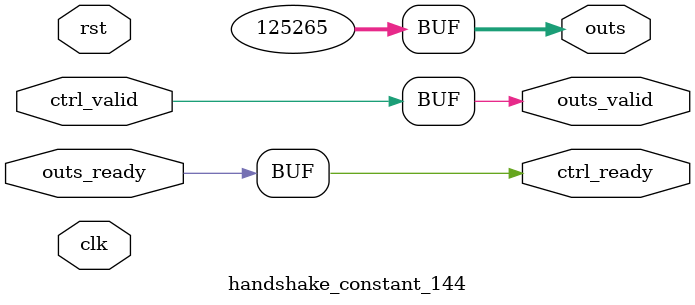
<source format=v>
`timescale 1ns / 1ps
module handshake_constant_144 #(
  parameter DATA_WIDTH = 32  // Default set to 32 bits
) (
  input                       clk,
  input                       rst,
  // Input Channel
  input                       ctrl_valid,
  output                      ctrl_ready,
  // Output Channel
  output [DATA_WIDTH - 1 : 0] outs,
  output                      outs_valid,
  input                       outs_ready
);
  assign outs       = 17'b11110100101010001;
  assign outs_valid = ctrl_valid;
  assign ctrl_ready = outs_ready;

endmodule

</source>
